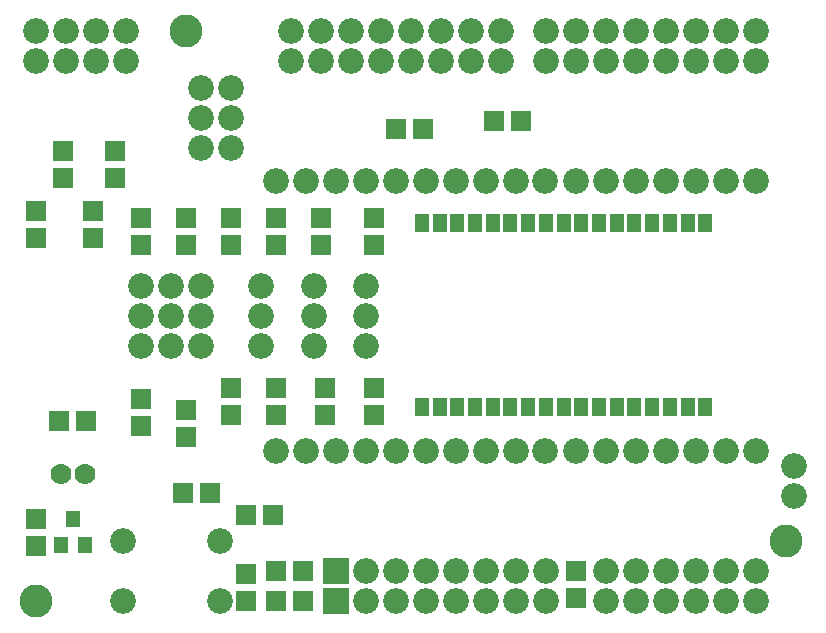
<source format=gbr>
G04 GERBER ASCII OUTPUT FROM: EDWINXP (VER. 1.61 REV. 20080915)*
G04 GERBER FORMAT: RX-274-X*
G04 BOARD: AMICUS_BLUETOOTH_SHIELD*
G04 ARTWORK OF COMP.MASK POSITIVE*
%ASAXBY*%
%FSLAX23Y23*%
%MIA0B0*%
%MOIN*%
%OFA0.0000B0.0000*%
%SFA1B1*%
%IJA0B0*%
%INLAYER1POS*%
%IOA0B0*%
%IPPOS*%
%IR0*%
G04 APERTURE MACROS*
%AMEDWDONUT*
1,1,$1,$2,$3*
1,0,$4,$2,$3*
%
%AMEDWFRECT*
20,1,$1,$2,$3,$4,$5,$6*
%
%AMEDWORECT*
20,1,$1,$2,$3,$4,$5,$10*
20,1,$1,$4,$5,$6,$7,$10*
20,1,$1,$6,$7,$8,$9,$10*
20,1,$1,$8,$9,$2,$3,$10*
1,1,$1,$2,$3*
1,1,$1,$4,$5*
1,1,$1,$6,$7*
1,1,$1,$8,$9*
%
%AMEDWLINER*
20,1,$1,$2,$3,$4,$5,$6*
1,1,$1,$2,$3*
1,1,$1,$4,$5*
%
%AMEDWFTRNG*
4,1,3,$1,$2,$3,$4,$5,$6,$7,$8,$9*
%
%AMEDWATRNG*
4,1,3,$1,$2,$3,$4,$5,$6,$7,$8,$9*
20,1,$11,$1,$2,$3,$4,$10*
20,1,$11,$3,$4,$5,$6,$10*
20,1,$11,$5,$6,$7,$8,$10*
1,1,$11,$3,$4*
1,1,$11,$5,$6*
1,1,$11,$7,$8*
%
%AMEDWOTRNG*
20,1,$1,$2,$3,$4,$5,$8*
20,1,$1,$4,$5,$6,$7,$8*
20,1,$1,$6,$7,$2,$3,$8*
1,1,$1,$2,$3*
1,1,$1,$4,$5*
1,1,$1,$6,$7*
%
G04*
G04 APERTURE LIST*
%ADD10R,0.0500X0.0580*%
%ADD11R,0.0740X0.0820*%
%ADD12R,0.0400X0.0480*%
%ADD13R,0.0640X0.0720*%
%ADD14R,0.04724X0.05906*%
%ADD15R,0.07124X0.08306*%
%ADD16R,0.03937X0.05118*%
%ADD17R,0.06337X0.07518*%
%ADD18R,0.0860X0.0860*%
%ADD19R,0.1100X0.1100*%
%ADD20R,0.0700X0.0700*%
%ADD21R,0.0940X0.0940*%
%ADD22R,0.0700X0.0650*%
%ADD23R,0.0940X0.0890*%
%ADD24R,0.0600X0.0550*%
%ADD25R,0.0840X0.0790*%
%ADD26R,0.0650X0.0700*%
%ADD27R,0.0890X0.0940*%
%ADD28R,0.0550X0.0600*%
%ADD29R,0.0790X0.0840*%
%ADD30C,0.00039*%
%ADD32C,0.0010*%
%ADD34C,0.00118*%
%ADD36C,0.0020*%
%ADD37R,0.0020X0.0020*%
%ADD38C,0.0030*%
%ADD39R,0.0030X0.0030*%
%ADD40C,0.0040*%
%ADD41R,0.0040X0.0040*%
%ADD42C,0.00472*%
%ADD44C,0.0050*%
%ADD45R,0.0050X0.0050*%
%ADD46C,0.00512*%
%ADD47R,0.00512X0.00512*%
%ADD48C,0.00551*%
%ADD49R,0.00551X0.00551*%
%ADD50C,0.00591*%
%ADD51R,0.00591X0.00591*%
%ADD52C,0.00659*%
%ADD53R,0.00659X0.00659*%
%ADD54C,0.00787*%
%ADD55R,0.00787X0.00787*%
%ADD56C,0.00799*%
%ADD58C,0.0080*%
%ADD60C,0.00984*%
%ADD61R,0.00984X0.00984*%
%ADD62C,0.0100*%
%ADD63R,0.0100X0.0100*%
%ADD64C,0.01181*%
%ADD66C,0.0120*%
%ADD68C,0.0130*%
%ADD70C,0.0150*%
%ADD71R,0.0150X0.0150*%
%ADD72C,0.0160*%
%ADD74C,0.01969*%
%ADD75R,0.01969X0.01969*%
%ADD76C,0.0215*%
%ADD77R,0.0215X0.0215*%
%ADD78C,0.0215*%
%ADD79R,0.0215X0.0215*%
%ADD80C,0.02362*%
%ADD81R,0.02362X0.02362*%
%ADD82C,0.0240*%
%ADD83R,0.0240X0.0240*%
%ADD84C,0.0240*%
%ADD85R,0.0240X0.0240*%
%ADD86C,0.0250*%
%ADD87R,0.0250X0.0250*%
%ADD88C,0.0290*%
%ADD89R,0.0290X0.0290*%
%ADD90C,0.02912*%
%ADD91R,0.02912X0.02912*%
%ADD92C,0.02951*%
%ADD93R,0.02951X0.02951*%
%ADD94C,0.02991*%
%ADD95R,0.02991X0.02991*%
%ADD96C,0.0300*%
%ADD97R,0.0300X0.0300*%
%ADD98C,0.03059*%
%ADD99R,0.03059X0.03059*%
%ADD100C,0.03199*%
%ADD101R,0.03199X0.03199*%
%ADD102C,0.0320*%
%ADD103R,0.0320X0.0320*%
%ADD104C,0.0350*%
%ADD105R,0.0350X0.0350*%
%ADD106C,0.03581*%
%ADD108C,0.0360*%
%ADD110C,0.0370*%
%ADD112C,0.0390*%
%ADD113R,0.0390X0.0390*%
%ADD114C,0.03937*%
%ADD115R,0.03937X0.03937*%
%ADD116C,0.0400*%
%ADD117R,0.0400X0.0400*%
%ADD118C,0.04173*%
%ADD119R,0.04173X0.04173*%
%ADD120C,0.04299*%
%ADD121R,0.04299X0.04299*%
%ADD122C,0.0430*%
%ADD123R,0.0430X0.0430*%
%ADD124C,0.0450*%
%ADD125R,0.0450X0.0450*%
%ADD126C,0.0470*%
%ADD127R,0.0470X0.0470*%
%ADD128C,0.04724*%
%ADD129R,0.04724X0.04724*%
%ADD130C,0.04762*%
%ADD131R,0.04762X0.04762*%
%ADD132C,0.0490*%
%ADD133R,0.0490X0.0490*%
%ADD134C,0.0500*%
%ADD135R,0.0500X0.0500*%
%ADD136C,0.05118*%
%ADD137R,0.05118X0.05118*%
%ADD138C,0.0560*%
%ADD139R,0.0560X0.0560*%
%ADD140C,0.0570*%
%ADD141R,0.0570X0.0570*%
%ADD142C,0.0590*%
%ADD143R,0.0590X0.0590*%
%ADD144C,0.05906*%
%ADD145R,0.05906X0.05906*%
%ADD146C,0.0600*%
%ADD147R,0.0600X0.0600*%
%ADD148C,0.0620*%
%ADD149R,0.0620X0.0620*%
%ADD150C,0.06201*%
%ADD151R,0.06201X0.06201*%
%ADD152C,0.06337*%
%ADD153R,0.06337X0.06337*%
%ADD154C,0.0650*%
%ADD155R,0.0650X0.0650*%
%ADD156C,0.06693*%
%ADD157R,0.06693X0.06693*%
%ADD158C,0.06699*%
%ADD159R,0.06699X0.06699*%
%ADD160C,0.0670*%
%ADD161R,0.0670X0.0670*%
%ADD162C,0.0690*%
%ADD163R,0.0690X0.0690*%
%ADD164C,0.06906*%
%ADD165R,0.06906X0.06906*%
%ADD166C,0.0700*%
%ADD167R,0.0700X0.0700*%
%ADD168C,0.0710*%
%ADD169R,0.0710X0.0710*%
%ADD170C,0.07124*%
%ADD171R,0.07124X0.07124*%
%ADD172C,0.0740*%
%ADD173R,0.0740X0.0740*%
%ADD174C,0.0750*%
%ADD175R,0.0750X0.0750*%
%ADD176C,0.07598*%
%ADD178C,0.0760*%
%ADD180C,0.07874*%
%ADD182C,0.0800*%
%ADD183R,0.0800X0.0800*%
%ADD184C,0.0810*%
%ADD185R,0.0810X0.0810*%
%ADD186C,0.08306*%
%ADD187R,0.08306X0.08306*%
%ADD188C,0.0840*%
%ADD189R,0.0840X0.0840*%
%ADD190C,0.08598*%
%ADD192C,0.0860*%
%ADD193R,0.0860X0.0860*%
%ADD194C,0.08601*%
%ADD195R,0.08601X0.08601*%
%ADD196C,0.0870*%
%ADD197R,0.0870X0.0870*%
%ADD198C,0.0890*%
%ADD199R,0.0890X0.0890*%
%ADD200C,0.0900*%
%ADD201R,0.0900X0.0900*%
%ADD202C,0.09093*%
%ADD203R,0.09093X0.09093*%
%ADD204C,0.0940*%
%ADD205R,0.0940X0.0940*%
%ADD206C,0.0970*%
%ADD207R,0.0970X0.0970*%
%ADD208C,0.09843*%
%ADD209R,0.09843X0.09843*%
%ADD210C,0.0990*%
%ADD211R,0.0990X0.0990*%
%ADD212C,0.09998*%
%ADD214C,0.1000*%
%ADD215R,0.1000X0.1000*%
%ADD216C,0.10274*%
%ADD218C,0.1040*%
%ADD219R,0.1040X0.1040*%
%ADD220C,0.10998*%
%ADD222C,0.1100*%
%ADD223R,0.1100X0.1100*%
%ADD224C,0.1110*%
%ADD225R,0.1110X0.1110*%
%ADD226C,0.1120*%
%ADD227R,0.1120X0.1120*%
%ADD228C,0.1140*%
%ADD229R,0.1140X0.1140*%
%ADD230C,0.1150*%
%ADD231R,0.1150X0.1150*%
%ADD232C,0.1200*%
%ADD233R,0.1200X0.1200*%
%ADD234C,0.1210*%
%ADD235R,0.1210X0.1210*%
%ADD236C,0.1240*%
%ADD237R,0.1240X0.1240*%
%ADD238C,0.1250*%
%ADD239R,0.1250X0.1250*%
%ADD240C,0.12992*%
%ADD241R,0.12992X0.12992*%
%ADD242C,0.1300*%
%ADD243R,0.1300X0.1300*%
%ADD244C,0.1340*%
%ADD245R,0.1340X0.1340*%
%ADD246C,0.1390*%
%ADD247R,0.1390X0.1390*%
%ADD248C,0.1420*%
%ADD249R,0.1420X0.1420*%
%ADD250C,0.1440*%
%ADD251R,0.1440X0.1440*%
%ADD252C,0.1490*%
%ADD253R,0.1490X0.1490*%
%ADD254C,0.1520*%
%ADD255R,0.1520X0.1520*%
%ADD256C,0.15374*%
%ADD257R,0.15374X0.15374*%
%ADD258C,0.1540*%
%ADD259R,0.1540X0.1540*%
%ADD260C,0.1660*%
%ADD261R,0.1660X0.1660*%
%ADD262C,0.17323*%
%ADD264C,0.1760*%
%ADD265R,0.1760X0.1760*%
%ADD266C,0.17774*%
%ADD267R,0.17774X0.17774*%
%ADD268C,0.18504*%
%ADD270C,0.18898*%
%ADD272C,0.20904*%
%ADD274C,0.2126*%
%ADD276C,0.21298*%
%ADD278C,0.22835*%
%ADD281R,0.23622X0.23622*%
%ADD283R,0.24937X0.24937*%
%ADD285R,0.26022X0.26022*%
%ADD287R,0.27337X0.27337*%
%ADD289R,0.31496X0.31496*%
%ADD291R,0.32811X0.32811*%
%ADD293R,0.33896X0.33896*%
%ADD295R,0.35211X0.35211*%
%ADD296C,0.45211*%
%ADD297R,0.45211X0.45211*%
%ADD298C,0.55211*%
%ADD299R,0.55211X0.55211*%
%ADD300C,0.65211*%
%ADD301R,0.65211X0.65211*%
%ADD302C,0.75211*%
%ADD303R,0.75211X0.75211*%
%ADD304C,0.85211*%
%ADD305R,0.85211X0.85211*%
%ADD306C,0.95211*%
%ADD307R,0.95211X0.95211*%
%ADD308C,1.05211*%
%ADD309R,1.05211X1.05211*%
%ADD310C,1.15211*%
%ADD311R,1.15211X1.15211*%
%ADD312C,1.25211*%
%ADD313R,1.25211X1.25211*%
%ADD314C,1.35211*%
%ADD315R,1.35211X1.35211*%
%ADD316C,1.45211*%
%ADD317R,1.45211X1.45211*%
%ADD318C,1.55211*%
%ADD319R,1.55211X1.55211*%
%ADD320C,1.65211*%
%ADD321R,1.65211X1.65211*%
%ADD322C,1.75211*%
%ADD323R,1.75211X1.75211*%
%ADD324C,1.85211*%
%ADD325R,1.85211X1.85211*%
%ADD326C,1.95211*%
%ADD327R,1.95211X1.95211*%
G04*
D166*
X263Y525D02*D03*
X184Y525D02*D03*
D10* 
X183Y288D02*D03*
X263Y288D02*D03*
X223Y376D02*D03*
D190*
X2500Y600D02*D03*
X2400Y600D02*D03*
X2300Y600D02*D03*
X2200Y600D02*D03*
X2100Y600D02*D03*
X1999Y600D02*D03*
X1901Y600D02*D03*
X1797Y600D02*D03*
X1700Y600D02*D03*
X1600Y600D02*D03*
X1500Y600D02*D03*
X1400Y600D02*D03*
X1300Y600D02*D03*
X1200Y600D02*D03*
X1100Y600D02*D03*
X1000Y600D02*D03*
X900Y600D02*D03*
X2500Y1500D02*D03*
X2400Y1500D02*D03*
X2300Y1500D02*D03*
X2200Y1500D02*D03*
X2100Y1500D02*D03*
X1999Y1500D02*D03*
X1901Y1500D02*D03*
X1797Y1500D02*D03*
X1700Y1500D02*D03*
X1600Y1500D02*D03*
X1500Y1500D02*D03*
X1400Y1500D02*D03*
X1300Y1500D02*D03*
X1200Y1500D02*D03*
X1100Y1500D02*D03*
X1000Y1500D02*D03*
X900Y1500D02*D03*
D14* 
X2331Y1363D02*D03*
X2272Y1363D02*D03*
X2213Y1363D02*D03*
X2153Y1363D02*D03*
X2094Y1363D02*D03*
X2035Y1363D02*D03*
X1976Y1363D02*D03*
X1917Y1363D02*D03*
X1858Y1363D02*D03*
X1799Y1363D02*D03*
X1740Y1363D02*D03*
X1681Y1363D02*D03*
X1622Y1363D02*D03*
X1563Y1363D02*D03*
X1504Y1363D02*D03*
X1445Y1363D02*D03*
X1386Y1363D02*D03*
X1386Y748D02*D03*
X1445Y748D02*D03*
X1504Y748D02*D03*
X1563Y748D02*D03*
X1622Y748D02*D03*
X1681Y748D02*D03*
X1740Y748D02*D03*
X1799Y748D02*D03*
X1858Y748D02*D03*
X1917Y748D02*D03*
X1976Y748D02*D03*
X2035Y748D02*D03*
X2094Y748D02*D03*
X2153Y748D02*D03*
X2213Y748D02*D03*
X2272Y748D02*D03*
X2331Y748D02*D03*
D192*
X1800Y2000D02*D03*
X1900Y2000D02*D03*
X2000Y2000D02*D03*
X2100Y2000D02*D03*
X2200Y2000D02*D03*
X2300Y2000D02*D03*
X2400Y2000D02*D03*
X2500Y2000D02*D03*
X1300Y100D02*D03*
X1400Y100D02*D03*
X1500Y100D02*D03*
X1600Y100D02*D03*
X1700Y100D02*D03*
X1800Y100D02*D03*
X950Y2000D02*D03*
X1050Y2000D02*D03*
X1150Y2000D02*D03*
X1250Y2000D02*D03*
X1350Y2000D02*D03*
X1450Y2000D02*D03*
X1550Y2000D02*D03*
X1650Y2000D02*D03*
X2000Y100D02*D03*
X2100Y100D02*D03*
X2200Y100D02*D03*
X2300Y100D02*D03*
X2400Y100D02*D03*
X2500Y100D02*D03*
D18* 
X1100Y200D02*D03*
D192*
X1200Y200D02*D03*
X1300Y200D02*D03*
X1400Y200D02*D03*
X1500Y200D02*D03*
X1600Y200D02*D03*
X1700Y200D02*D03*
X1800Y200D02*D03*
X100Y1900D02*D03*
X200Y1900D02*D03*
X300Y1900D02*D03*
X400Y1900D02*D03*
X2000Y200D02*D03*
X2100Y200D02*D03*
X2200Y200D02*D03*
X2300Y200D02*D03*
X2400Y200D02*D03*
X2500Y200D02*D03*
X950Y1900D02*D03*
X1050Y1900D02*D03*
X1150Y1900D02*D03*
X1250Y1900D02*D03*
X1350Y1900D02*D03*
X1450Y1900D02*D03*
X1550Y1900D02*D03*
X1650Y1900D02*D03*
X1800Y1900D02*D03*
X1900Y1900D02*D03*
X2000Y1900D02*D03*
X2100Y1900D02*D03*
X2200Y1900D02*D03*
X2300Y1900D02*D03*
X2400Y1900D02*D03*
X2500Y1900D02*D03*
D22* 
X1388Y1675D02*D03*
X1298Y1675D02*D03*
D26* 
X450Y775D02*D03*
X450Y685D02*D03*
X450Y1378D02*D03*
X450Y1288D02*D03*
X600Y1378D02*D03*
X600Y1288D02*D03*
X600Y738D02*D03*
X600Y648D02*D03*
D22* 
X678Y463D02*D03*
X588Y463D02*D03*
X798Y388D02*D03*
X888Y388D02*D03*
X900Y100D02*D03*
X990Y100D02*D03*
D26* 
X363Y1600D02*D03*
X363Y1510D02*D03*
X188Y1603D02*D03*
X188Y1513D02*D03*
X288Y1400D02*D03*
X288Y1310D02*D03*
X100Y1403D02*D03*
X100Y1313D02*D03*
X100Y375D02*D03*
X100Y285D02*D03*
D22* 
X265Y700D02*D03*
X175Y700D02*D03*
D190*
X712Y100D02*D03*
X712Y300D02*D03*
X388Y300D02*D03*
X388Y100D02*D03*
D26* 
X800Y190D02*D03*
X800Y100D02*D03*
X1225Y813D02*D03*
X1225Y723D02*D03*
X1050Y1378D02*D03*
X1050Y1288D02*D03*
X1063Y813D02*D03*
X1063Y723D02*D03*
X900Y1378D02*D03*
X900Y1288D02*D03*
X900Y813D02*D03*
X900Y723D02*D03*
D192*
X1200Y1150D02*D03*
X1200Y1050D02*D03*
X1200Y950D02*D03*
X1025Y1150D02*D03*
X1025Y1050D02*D03*
X1025Y950D02*D03*
X850Y1150D02*D03*
X850Y1050D02*D03*
X850Y950D02*D03*
X650Y1150D02*D03*
X650Y1050D02*D03*
X650Y950D02*D03*
X550Y1150D02*D03*
X550Y1050D02*D03*
X550Y950D02*D03*
X450Y1150D02*D03*
X450Y1050D02*D03*
X450Y950D02*D03*
D26* 
X750Y1378D02*D03*
X750Y1288D02*D03*
X750Y813D02*D03*
X750Y723D02*D03*
D22* 
X1625Y1700D02*D03*
X1715Y1700D02*D03*
D192*
X100Y2000D02*D03*
X200Y2000D02*D03*
X300Y2000D02*D03*
X400Y2000D02*D03*
D26* 
X1900Y110D02*D03*
X1900Y200D02*D03*
D22* 
X988Y200D02*D03*
X898Y200D02*D03*
D192*
X2625Y450D02*D03*
X2625Y550D02*D03*
X750Y1613D02*D03*
X750Y1713D02*D03*
X750Y1813D02*D03*
X650Y1613D02*D03*
X650Y1713D02*D03*
X650Y1813D02*D03*
D26* 
X1225Y1378D02*D03*
X1225Y1288D02*D03*
D18* 
X1100Y100D02*D03*
D192*
X1200Y100D02*D03*
D222*
X100Y100D02*D03*
X600Y2000D02*D03*
X2600Y300D02*D03*
M02*

</source>
